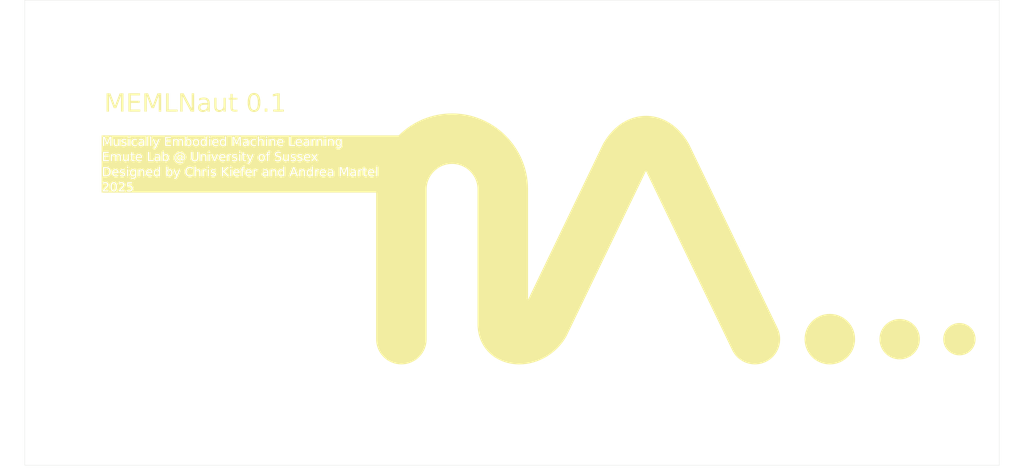
<source format=kicad_pcb>
(kicad_pcb (version 20240108) (generator "pcbnew") (generator_version "8.0")
  (layers (0 "F.Cu" signal) (31 "B.Cu" signal) (34 "B.Paste" user) (35 "F.Paste" user) (36 "B.SilkS" user "B.Silkscreen") (37 "F.SilkS" user "F.Silkscreen") (38 "B.Mask" user) (39 "F.Mask" user) (44 "Edge.Cuts" user))
  (net 0 "")
  (footprint "MountingHole:MountingHole_3.2mm_M3" (layer "F.Cu") (at 268.04 45.39)
    (property "Reference" "REF**" (hide yes))
    (property "Value" "MountingHole_3.2mm_M3")
    (pad "" np_thru_hole circle (at 0 0) (size 3.2 3.2) (drill 3.2) (layers "*.Cu" "*.Mask"))
  )
  (footprint "MountingHole:MountingHole_3.2mm_M3" (layer "F.Cu") (at 95.06 45.44)
    (property "Reference" "REF**" (hide yes))
    (property "Value" "MountingHole_3.2mm_M3")
    (pad "" np_thru_hole circle (at 0 0) (size 3.2 3.2) (drill 3.2) (layers "*.Cu" "*.Mask"))
  )
  (footprint "MountingHole:MountingHole_3.2mm_M3" (layer "F.Cu") (at 89.98 140.57)
    (property "Reference" "REF**" (hide yes))
    (property "Value" "MountingHole_3.2mm_M3")
    (pad "" np_thru_hole circle (at 0 0) (size 3.2 3.2) (drill 3.2) (layers "*.Cu" "*.Mask"))
  )
  (footprint "MountingHole:MountingHole_3.2mm_M3" (layer "F.Cu") (at 60.03 45.43)
    (property "Reference" "REF**" (hide yes))
    (property "Value" "MountingHole_3.2mm_M3")
    (pad "" np_thru_hole circle (at 0 0) (size 3.2 3.2) (drill 3.2) (layers "*.Cu" "*.Mask"))
  )
  (footprint "MountingHole:MountingHole_3.2mm_M3" (layer "F.Cu") (at 59.98 140.54)
    (property "Reference" "REF**" (hide yes))
    (property "Value" "MountingHole_3.2mm_M3")
    (pad "" np_thru_hole circle (at 0 0) (size 3.2 3.2) (drill 3.2) (layers "*.Cu" "*.Mask"))
  )
  (footprint "MountingHole:MountingHole_3.2mm_M3" (layer "F.Cu") (at 267.74 140.24)
    (property "Reference" "REF**" (hide yes))
    (property "Value" "MountingHole_3.2mm_M3")
    (pad "" np_thru_hole circle (at 0 0) (size 3.2 3.2) (drill 3.2) (layers "*.Cu" "*.Mask"))
  )
  (gr_poly (pts (xy 151.58 66.54) (xy 152.433944 66.605147) (xy 153.275617 66.712422) (xy 154.103952 66.86076) (xy 154.917883 67.049093) (xy 155.716343 67.276355) (xy 156.498266 67.54148) (xy 157.262586 67.843402) (xy 158.008237 68.181055) (xy 158.734152 68.553371) (xy 159.439265 68.959285) (xy 160.12251 69.397731) (xy 160.78282 69.867641) (xy 161.419129 70.367951) (xy 162.03037 70.897593) (xy 162.615479 71.455501) (xy 163.173387 72.040609) (xy 163.703029 72.651851) (xy 164.203338 73.28816) (xy 164.673249 73.94847) (xy 165.111694 74.631714) (xy 165.517608 75.336827) (xy 165.889924 76.062742) (xy 166.227577 76.808392) (xy 166.529499 77.572712) (xy 166.794624 78.354635) (xy 167.021886 79.153095) (xy 167.210219 79.967025) (xy 167.358556 80.79536) (xy 167.465832 81.637032) (xy 167.530979 82.490976) (xy 167.552932 83.356125) (xy 167.552932 107.808914) (xy 184.076163 73.476589) (xy 184.115499 73.396552) (xy 184.1562 73.317011) (xy 184.198388 73.237719) (xy 184.242189 73.158426) (xy 184.287727 73.078886) (xy 184.335124 72.998849) (xy 184.384506 72.918069) (xy 184.435996 72.836296) (xy 184.867419 72.16571) (xy 185.324425 71.532629) (xy 185.805747 70.937849) (xy 186.310118 70.382162) (xy 186.83627 69.866365) (xy 187.382936 69.391252) (xy 187.948849 68.957616) (xy 188.532742 68.566253) (xy 189.133346 68.217957) (xy 189.749395 67.913523) (xy 190.379621 67.653745) (xy 191.022758 67.439417) (xy 191.677537 67.271335) (xy 192.342692 67.150293) (xy 193.016954 67.077084) (xy 193.699057 67.052505) (xy 194.051281 67.058976) (xy 194.401406 67.078318) (xy 194.749272 67.110428) (xy 195.09472 67.155202) (xy 195.437588 67.212535) (xy 195.777717 67.282322) (xy 196.114945 67.364461) (xy 196.449113 67.458847) (xy 196.780061 67.565376) (xy 197.107627 67.683942) (xy 197.431652 67.814444) (xy 197.751975 67.956775) (xy 198.068435 68.110833) (xy 198.380874 68.276512) (xy 198.993041 68.64232) (xy 199.587194 69.053365) (xy 200.16205 69.508815) (xy 200.716325 70.007835) (xy 201.248738 70.549593) (xy 201.758004 71.133256) (xy 202.242842 71.75799) (xy 202.701969 72.422962) (xy 203.134101 73.127338) (xy 203.185155 73.220602) (xy 203.23497 73.313868) (xy 203.283299 73.407134) (xy 203.329894 73.5004) (xy 222.885245 114.124527) (xy 222.999744 114.378985) (xy 223.101124 114.637063) (xy 223.189349 114.89835) (xy 223.264385 115.162436) (xy 223.326197 115.42891) (xy 223.374751 115.69736) (xy 223.41001 115.967376) (xy 223.431941 116.238547) (xy 223.440508 116.510462) (xy 223.435678 116.782711) (xy 223.417413 117.054881) (xy 223.385681 117.326564) (xy 223.340446 117.597347) (xy 223.281673 117.86682) (xy 223.209327 118.134572) (xy 223.123374 118.400192) (xy 223.024571 118.661334) (xy 222.913885 118.915717) (xy 222.791587 119.16303) (xy 222.65795 119.402964) (xy 222.513243 119.635208) (xy 222.357739 119.859452) (xy 222.191709 120.075387) (xy 222.015424 120.282702) (xy 221.829155 120.481088) (xy 221.633173 120.670233) (xy 221.427751 120.849829) (xy 221.213158 121.019565) (xy 220.989667 121.179132) (xy 220.757549 121.328218) (xy 220.517075 121.466515) (xy 220.268516 121.593712) (xy 220.014057 121.708616) (xy 219.755979 121.810239) (xy 219.494691 121.898569) (xy 219.230605 121.973593) (xy 218.964131 122.0353) (xy 218.69568 122.083679) (xy 218.425663 122.118717) (xy 218.154491 122.140404) (xy 217.882575 122.148728) (xy 217.610326 122.143676) (xy 217.338155 122.125238) (xy 217.066472 122.093402) (xy 216.795688 122.048155) (xy 216.526215 121.989487) (xy 216.258463 121.917386) (xy 215.992843 121.83184) (xy 215.7317 121.733038) (xy 215.477318 121.622353) (xy 215.230004 121.500056) (xy 214.990071 121.366419) (xy 214.757827 121.221713) (xy 214.533582 121.066209) (xy 214.317648 120.900178) (xy 214.110332 120.723893) (xy 213.911947 120.537623) (xy 213.722801 120.341642) (xy 213.543205 120.136219) (xy 213.373469 119.921626) (xy 213.213903 119.698134) (xy 213.064816 119.466015) (xy 212.92652 119.225541) (xy 212.799323 118.976982) (xy 193.69905 79.292133) (xy 176.178344 115.698799) (xy 176.155282 115.746292) (xy 176.131754 115.793507) (xy 176.107793 115.840413) (xy 176.083429 115.886979) (xy 176.058693 115.933173) (xy 176.033615 115.978964) (xy 175.982558 116.069213) (xy 175.560552 116.746675) (xy 175.096032 117.391918) (xy 174.591694 118.003357) (xy 174.050229 118.579406) (xy 173.474333 119.118482) (xy 172.866698 119.618997) (xy 172.230019 120.079368) (xy 171.566989 120.498008) (xy 170.880301 120.873334) (xy 170.17265 121.203759) (xy 169.446728 121.487699) (xy 168.705229 121.723568) (xy 167.950848 121.909781) (xy 167.186278 122.044752) (xy 166.414212 122.126898) (xy 165.637343 122.154632) (xy 165.289757 122.149057) (xy 164.943721 122.13235) (xy 164.599546 122.104544) (xy 164.257541 122.065668) (xy 163.918016 122.015753) (xy 163.581282 121.954831) (xy 163.247649 121.882932) (xy 162.917426 121.800087) (xy 162.548276 121.693488) (xy 162.187586 121.573804) (xy 161.835572 121.441309) (xy 161.492445 121.296283) (xy 160.833713 120.969742) (xy 160.213098 120.596398) (xy 159.63231 120.178467) (xy 159.093059 119.718167) (xy 158.597052 119.217714) (xy 158.146 118.679326) (xy 157.741611 118.105218) (xy 157.385596 117.497609) (xy 157.079663 116.858716) (xy 156.825521 116.190754) (xy 156.62488 115.495941) (xy 156.479449 114.776495) (xy 156.427971 114.408227) (xy 156.390936 114.034631) (xy 156.368559 113.655986) (xy 156.361053 113.272567) (xy 156.361053 83.35878) (xy 156.353694 83.068593) (xy 156.331856 82.782175) (xy 156.295896 82.499881) (xy 156.246171 82.222069) (xy 156.183037 81.949096) (xy 156.106853 81.681319) (xy 156.017975 81.419094) (xy 155.91676 81.16278) (xy 155.803565 80.912733) (xy 155.678747 80.669309) (xy 155.542663 80.432867) (xy 155.395671 80.203764) (xy 155.238126 79.982355) (xy 155.070388 79.768998) (xy 154.892812 79.564051) (xy 154.705755 79.367871) (xy 154.509574 79.180814) (xy 154.304628 79.003237) (xy 154.091272 78.835498) (xy 153.869863 78.677954) (xy 153.640759 78.530961) (xy 153.404317 78.394877) (xy 153.160894 78.270059) (xy 152.910847 78.156864) (xy 152.654533 78.055648) (xy 152.392308 77.96677) (xy 152.124531 77.890585) (xy 151.851558 77.827452) (xy 151.573746 77.777727) (xy 151.291452 77.741766) (xy 151.005033 77.719928) (xy 150.714847 77.71257) (xy 150.42466 77.719928) (xy 150.138242 77.741766) (xy 149.855948 77.777726) (xy 149.578136 77.827452) (xy 149.305163 77.890585) (xy 149.037386 77.966769) (xy 148.775162 78.055647) (xy 148.518848 78.156863) (xy 148.2688 78.270058) (xy 148.025377 78.394876) (xy 147.788935 78.530959) (xy 147.559832 78.677952) (xy 147.338423 78.835496) (xy 147.125067 79.003235) (xy 146.92012 79.180811) (xy 146.72394 79.367868) (xy 146.536883 79.564049) (xy 146.359306 79.768995) (xy 146.191568 79.982352) (xy 146.034023 80.20376) (xy 145.887031 80.432864) (xy 145.750947 80.669306) (xy 145.626129 80.912729) (xy 145.512934 81.162777) (xy 145.411719 81.419091) (xy 145.32284 81.681316) (xy 145.246656 81.949094) (xy 145.183523 82.222067) (xy 145.133797 82.499879) (xy 145.097837 82.782174) (xy 145.075999 83.068593) (xy 145.068641 83.35878) (xy 145.068641 116.553398) (xy 145.061344 116.84088) (xy 145.039689 117.124642) (xy 145.004031 117.404332) (xy 144.954725 117.679593) (xy 144.892125 117.950072) (xy 144.816586 118.215413) (xy 144.728463 118.475263) (xy 144.62811 118.729265) (xy 144.515881 118.977067) (xy 144.392132 119.218313) (xy 144.257217 119.452648) (xy 144.11149 119.679718) (xy 143.955307 119.899169) (xy 143.789022 120.110645) (xy 143.612989 120.313792) (xy 143.427563 120.508256) (xy 143.233099 120.693681) (xy 143.029952 120.869713) (xy 142.818475 121.035999) (xy 142.599025 121.192181) (xy 142.371955 121.337908) (xy 142.137619 121.472823) (xy 141.896373 121.596571) (xy 141.648572 121.7088) (xy 141.394569 121.809153) (xy 141.134719 121.897276) (xy 140.869378 121.972815) (xy 140.598899 122.035415) (xy 140.323638 122.084721) (xy 140.043949 122.120378) (xy 139.760186 122.142033) (xy 139.472705 122.14933) (xy 139.185224 122.142033) (xy 138.901461 122.120378) (xy 138.621772 122.084721) (xy 138.346511 122.035415) (xy 138.076033 121.972815) (xy 137.810692 121.897276) (xy 137.550843 121.809153) (xy 137.29684 121.7088) (xy 137.049038 121.596571) (xy 136.807792 121.472823) (xy 136.573457 121.337908) (xy 136.346387 121.192181) (xy 136.126936 121.035999) (xy 135.915459 120.869713) (xy 135.712312 120.693681) (xy 135.517848 120.508256) (xy 135.332422 120.313792) (xy 135.156389 120.110645) (xy 134.990104 119.899169) (xy 134.83392 119.679718) (xy 134.688194 119.452648) (xy 134.553279 119.218313) (xy 134.429529 118.977067) (xy 134.317301 118.729265) (xy 134.216947 118.475263) (xy 134.128824 118.215413) (xy 134.053285 117.950072) (xy 133.990685 117.679593) (xy 133.941379 117.404332) (xy 133.905721 117.124642) (xy 133.884066 116.84088) (xy 133.876769 116.553398) (xy 133.876769 83.356125) (xy 133.898722 82.490976) (xy 133.963869 81.637032) (xy 134.071144 80.79536) (xy 134.219482 79.967025) (xy 134.407815 79.153095) (xy 134.635077 78.354635) (xy 134.900203 77.572712) (xy 135.202124 76.808392) (xy 135.539777 76.062742) (xy 135.912093 75.336827) (xy 136.318007 74.631714) (xy 136.756453 73.94847) (xy 137.226364 73.28816) (xy 137.726673 72.651851) (xy 138.256315 72.040609) (xy 138.814224 71.455501) (xy 139.399332 70.897593) (xy 140.010574 70.367951) (xy 140.646883 69.867641) (xy 141.307193 69.397731) (xy 141.990437 68.959285) (xy 142.69555 68.553371) (xy 143.421465 68.181055) (xy 144.167116 67.843402) (xy 144.931436 67.54148) (xy 145.713359 67.276355) (xy 146.511819 67.049093) (xy 147.32575 66.86076) (xy 148.154084 66.712422) (xy 148.995757 66.605147) (xy 149.849701 66.54) (xy 150.71485 66.518047)) (stroke (width -0.000001)) (fill solid) (layer "F.SilkS"))
  (gr_poly (pts (xy 250.168927 112.090415) (xy 250.395978 112.107735) (xy 250.619765 112.136254) (xy 250.840004 112.17569) (xy 251.056412 112.225759) (xy 251.268705 112.286177) (xy 251.4766 112.356662) (xy 251.679813 112.43693) (xy 251.878062 112.526697) (xy 252.071062 112.62568) (xy 252.258531 112.733595) (xy 252.440185 112.85016) (xy 252.61574 112.975091) (xy 252.784913 113.108104) (xy 252.947421 113.248916) (xy 253.102981 113.397243) (xy 253.251308 113.552803) (xy 253.392119 113.715311) (xy 253.525132 113.884485) (xy 253.650062 114.06004) (xy 253.766627 114.241694) (xy 253.874542 114.429163) (xy 253.973525 114.622164) (xy 254.063292 114.820413) (xy 254.143559 115.023627) (xy 254.214043 115.231522) (xy 254.274462 115.443815) (xy 254.32453 115.660223) (xy 254.363966 115.880462) (xy 254.392485 116.104249) (xy 254.409805 116.3313) (xy 254.415641 116.561332) (xy 254.409805 116.791364) (xy 254.392485 117.018416) (xy 254.363966 117.242202) (xy 254.32453 117.462441) (xy 254.274462 117.678849) (xy 254.214043 117.891143) (xy 254.143559 118.099038) (xy 254.063292 118.302252) (xy 253.973525 118.500501) (xy 253.874542 118.693501) (xy 253.766627 118.880971) (xy 253.650062 119.062625) (xy 253.525132 119.23818) (xy 253.392119 119.407354) (xy 253.251308 119.569862) (xy 253.102981 119.725422) (xy 252.947421 119.873749) (xy 252.784913 120.014561) (xy 252.61574 120.147574) (xy 252.440185 120.272505) (xy 252.258531 120.389069) (xy 252.071062 120.496985) (xy 251.878062 120.595968) (xy 251.679813 120.685735) (xy 251.4766 120.766003) (xy 251.268705 120.836487) (xy 251.056412 120.896906) (xy 250.840004 120.946975) (xy 250.619765 120.986411) (xy 250.395978 121.01493) (xy 250.168927 121.032249) (xy 249.938895 121.038086) (xy 249.708864 121.032249) (xy 249.481814 121.01493) (xy 249.258029 120.98641) (xy 249.037791 120.946975) (xy 248.821384 120.896906) (xy 248.609091 120.836487) (xy 248.401197 120.766002) (xy 248.197983 120.685734) (xy 247.999735 120.595967) (xy 247.806735 120.496984) (xy 247.619266 120.389068) (xy 247.437612 120.272503) (xy 247.262057 120.147572) (xy 247.092883 120.014559) (xy 246.930375 119.873746) (xy 246.774815 119.725419) (xy 246.626488 119.569859) (xy 246.485676 119.407351) (xy 246.352663 119.238177) (xy 246.227732 119.062621) (xy 246.111167 118.880967) (xy 246.003251 118.693498) (xy 245.904268 118.500497) (xy 245.814501 118.302249) (xy 245.734233 118.099035) (xy 245.663748 117.89114) (xy 245.60333 117.678847) (xy 245.55326 117.462439) (xy 245.513825 117.242201) (xy 245.485305 117.018414) (xy 245.467986 116.791364) (xy 245.46215 116.561332) (xy 245.467986 116.3313) (xy 245.485305 116.104249) (xy 245.513824 115.880462) (xy 245.55326 115.660223) (xy 245.603329 115.443815) (xy 245.663747 115.231522) (xy 245.734232 115.023627) (xy 245.814499 114.820413) (xy 245.904266 114.622164) (xy 246.003248 114.429163) (xy 246.111164 114.241694) (xy 246.227728 114.06004) (xy 246.352658 113.884485) (xy 246.485671 113.715311) (xy 246.626483 113.552803) (xy 246.77481 113.397243) (xy 246.930369 113.248916) (xy 247.092877 113.108104) (xy 247.26205 112.975091) (xy 247.437605 112.85016) (xy 247.619259 112.733595) (xy 247.806728 112.62568) (xy 247.999728 112.526697) (xy 248.197977 112.43693) (xy 248.401191 112.356662) (xy 248.609086 112.286177) (xy 248.821379 112.225759) (xy 249.037786 112.17569) (xy 249.258025 112.136254) (xy 249.481812 112.107735) (xy 249.708863 112.090415) (xy 249.938895 112.084579)) (stroke (width -0.000001)) (fill solid) (layer "F.SilkS"))
  (gr_poly (pts (xy 263.362576 112.983541) (xy 263.544144 112.997393) (xy 263.723117 113.020202) (xy 263.899267 113.051743) (xy 264.072368 113.091789) (xy 264.24219 113.140114) (xy 264.408507 113.196492) (xy 264.571091 113.260697) (xy 264.729714 113.332502) (xy 264.884148 113.411681) (xy 265.034166 113.498008) (xy 265.17954 113.591256) (xy 265.320042 113.6912) (xy 265.455444 113.797613) (xy 265.58552 113.910269) (xy 265.71004 114.028941) (xy 265.828778 114.153403) (xy 265.941506 114.28343) (xy 266.047995 114.418794) (xy 266.148019 114.55927) (xy 266.24135 114.704632) (xy 266.327759 114.854652) (xy 266.40702 115.009106) (xy 266.478904 115.167766) (xy 266.543184 115.330406) (xy 266.599632 115.4968) (xy 266.648021 115.666722) (xy 266.688122 115.839946) (xy 266.719708 116.016245) (xy 266.742552 116.195394) (xy 266.756425 116.377165) (xy 266.7611 116.561332) (xy 266.756425 116.745501) (xy 266.742552 116.927272) (xy 266.719709 117.106421) (xy 266.688123 117.282721) (xy 266.648022 117.455945) (xy 266.599634 117.625868) (xy 266.543186 117.792263) (xy 266.478906 117.954904) (xy 266.407023 118.113564) (xy 266.327762 118.268018) (xy 266.241353 118.418038) (xy 266.148023 118.5634) (xy 266.048 118.703876) (xy 265.941511 118.839241) (xy 265.828783 118.969268) (xy 265.710046 119.093731) (xy 265.585526 119.212403) (xy 265.45545 119.325059) (xy 265.320048 119.431472) (xy 265.179546 119.531416) (xy 265.034173 119.624664) (xy 264.884155 119.710991) (xy 264.729721 119.79017) (xy 264.571098 119.861975) (xy 264.408513 119.92618) (xy 264.242196 119.982558) (xy 264.072373 120.030883) (xy 263.899272 120.070929) (xy 263.72312 120.10247) (xy 263.544146 120.12528) (xy 263.362577 120.139131) (xy 263.178641 120.143799) (xy 262.994474 120.139124) (xy 262.812704 120.12525) (xy 262.633556 120.102407) (xy 262.457258 120.070821) (xy 262.284035 120.03072) (xy 262.114113 119.982331) (xy 261.94772 119.925883) (xy 261.78508 119.861603) (xy 261.626421 119.789719) (xy 261.471968 119.710458) (xy 261.321948 119.624048) (xy 261.176588 119.530718) (xy 261.036112 119.430694) (xy 260.900748 119.324204) (xy 260.770722 119.211476) (xy 260.64626 119.092738) (xy 260.527589 118.968217) (xy 260.414933 118.838142) (xy 260.308521 118.702739) (xy 260.208578 118.562237) (xy 260.11533 118.416862) (xy 260.029003 118.266844) (xy 259.949825 118.11241) (xy 259.87802 117.953787) (xy 259.813816 117.791202) (xy 259.757438 117.624885) (xy 259.709113 117.455062) (xy 259.669067 117.281961) (xy 259.637526 117.10581) (xy 259.614717 116.926836) (xy 259.600865 116.745268) (xy 259.596198 116.561332) (xy 259.600873 116.377165) (xy 259.614746 116.195394) (xy 259.637589 116.016245) (xy 259.669175 115.839946) (xy 259.709276 115.666722) (xy 259.757664 115.4968) (xy 259.814112 115.330406) (xy 259.878391 115.167766) (xy 259.950275 115.009106) (xy 260.029535 114.854652) (xy 260.115944 114.704632) (xy 260.209274 114.55927) (xy 260.309297 114.418794) (xy 260.415786 114.28343) (xy 260.528513 114.153403) (xy 260.64725 114.028941) (xy 260.77177 113.910269) (xy 260.901845 113.797613) (xy 261.037246 113.6912) (xy 261.177748 113.591256) (xy 261.323121 113.498008) (xy 261.473138 113.411681) (xy 261.627572 113.332502) (xy 261.786194 113.260697) (xy 261.948777 113.196492) (xy 262.115094 113.140114) (xy 262.284916 113.091789) (xy 262.458016 113.051743) (xy 262.634166 113.020202) (xy 262.813139 112.997393) (xy 262.994707 112.983541) (xy 263.178641 112.978874)) (stroke (width -0.000001)) (fill solid) (layer "F.SilkS"))
  (gr_poly (pts (xy 234.742949 110.97005) (xy 235.026712 110.991705) (xy 235.306402 111.027362) (xy 235.581665 111.076669) (xy 235.852144 111.139268) (xy 236.117486 111.214807) (xy 236.377336 111.302931) (xy 236.63134 111.403284) (xy 236.879142 111.515512) (xy 237.120388 111.639262) (xy 237.354724 111.774177) (xy 237.581795 111.919903) (xy 237.801246 112.076087) (xy 238.012723 112.242372) (xy 238.21587 112.418405) (xy 238.410334 112.60383) (xy 238.59576 112.798294) (xy 238.771793 113.001441) (xy 238.938079 113.212917) (xy 239.094262 113.432368) (xy 239.239989 113.659438) (xy 239.374904 113.893773) (xy 239.498654 114.135019) (xy 239.610882 114.382821) (xy 239.711236 114.636823) (xy 239.799359 114.896672) (xy 239.874898 115.162013) (xy 239.937498 115.432492) (xy 239.986804 115.707753) (xy 240.022462 115.987442) (xy 240.044116 116.271204) (xy 240.051413 116.558685) (xy 240.044116 116.846167) (xy 240.022462 117.12993) (xy 239.986804 117.409619) (xy 239.937497 117.684881) (xy 239.874897 117.95536) (xy 239.799358 118.220701) (xy 239.711234 118.480551) (xy 239.61088 118.734554) (xy 239.498651 118.982356) (xy 239.374901 119.223602) (xy 239.239985 119.457937) (xy 239.094258 119.685008) (xy 238.938075 119.904459) (xy 238.771789 120.115935) (xy 238.595755 120.319083) (xy 238.410329 120.513547) (xy 238.215864 120.698972) (xy 238.012716 120.875005) (xy 237.801239 121.041291) (xy 237.581788 121.197474) (xy 237.354717 121.3432) (xy 237.120381 121.478116) (xy 236.879135 121.601865) (xy 236.631333 121.714093) (xy 236.37733 121.814447) (xy 236.11748 121.90257) (xy 235.852139 121.978109) (xy 235.58166 122.040709) (xy 235.306399 122.090015) (xy 235.02671 122.125673) (xy 234.742947 122.147328) (xy 234.455466 122.154625) (xy 234.167984 122.147328) (xy 233.88422 122.125673) (xy 233.60453 122.090015) (xy 233.329268 122.040709) (xy 233.058788 121.978109) (xy 232.793446 121.90257) (xy 232.533596 121.814447) (xy 232.279593 121.714093) (xy 232.031791 121.601865) (xy 231.790544 121.478116) (xy 231.556208 121.3432) (xy 231.329138 121.197474) (xy 231.109687 121.041291) (xy 230.89821 120.875005) (xy 230.695062 120.698972) (xy 230.500598 120.513547) (xy 230.315172 120.319083) (xy 230.139139 120.115935) (xy 229.972853 119.904459) (xy 229.81667 119.685008) (xy 229.670943 119.457937) (xy 229.536028 119.223602) (xy 229.412279 118.982356) (xy 229.30005 118.734554) (xy 229.199697 118.480551) (xy 229.111573 118.220701) (xy 229.036034 117.95536) (xy 228.973434 117.684881) (xy 228.924128 117.409619) (xy 228.888471 117.12993) (xy 228.866816 116.846167) (xy 228.859519 116.558685) (xy 228.866816 116.271204) (xy 228.888471 115.987442) (xy 228.924129 115.707753) (xy 228.973435 115.432492) (xy 229.036035 115.162013) (xy 229.111575 114.896672) (xy 229.199699 114.636823) (xy 229.300052 114.382821) (xy 229.412281 114.135019) (xy 229.536031 113.893773) (xy 229.670947 113.659438) (xy 229.816674 113.432368) (xy 229.972858 113.212917) (xy 230.139144 113.001441) (xy 230.315177 112.798294) (xy 230.500604 112.60383) (xy 230.695068 112.418405) (xy 230.898216 112.242372) (xy 231.109693 112.076087) (xy 231.329144 111.919903) (xy 231.556215 111.774177) (xy 231.790551 111.639262) (xy 232.031797 111.515512) (xy 232.279599 111.403284) (xy 232.533603 111.302931) (xy 232.793452 111.214807) (xy 233.058794 111.139268) (xy 233.329272 111.076669) (xy 233.604533 111.027362) (xy 233.884223 110.991705) (xy 234.167985 110.97005) (xy 234.455466 110.962753)) (stroke (width -0.000001)) (fill solid) (layer "F.SilkS"))
  (gr_rect (start 56 41.4) (end 272.03 144.51) (stroke (width 0.05)) (fill none) (layer "Edge.Cuts"))
  (gr_text "MEMLNaut 0.1\n" (at 73.58 66.81 0) (layer "F.SilkS") (effects (font (size 4 4) (thickness 0.1)) (justify left bottom)))
  (gr_text "Musically Embodied Machine Learning\nEmute Lab @ University of Sussex\nDesigned by Chris Kiefer and Andrea Martelloni\n2025\n" (at 73.05 84.15 0) (layer "F.SilkS" knockout) (effects (font (size 2 2) (thickness 0.1)) (justify left bottom)))
)
</source>
